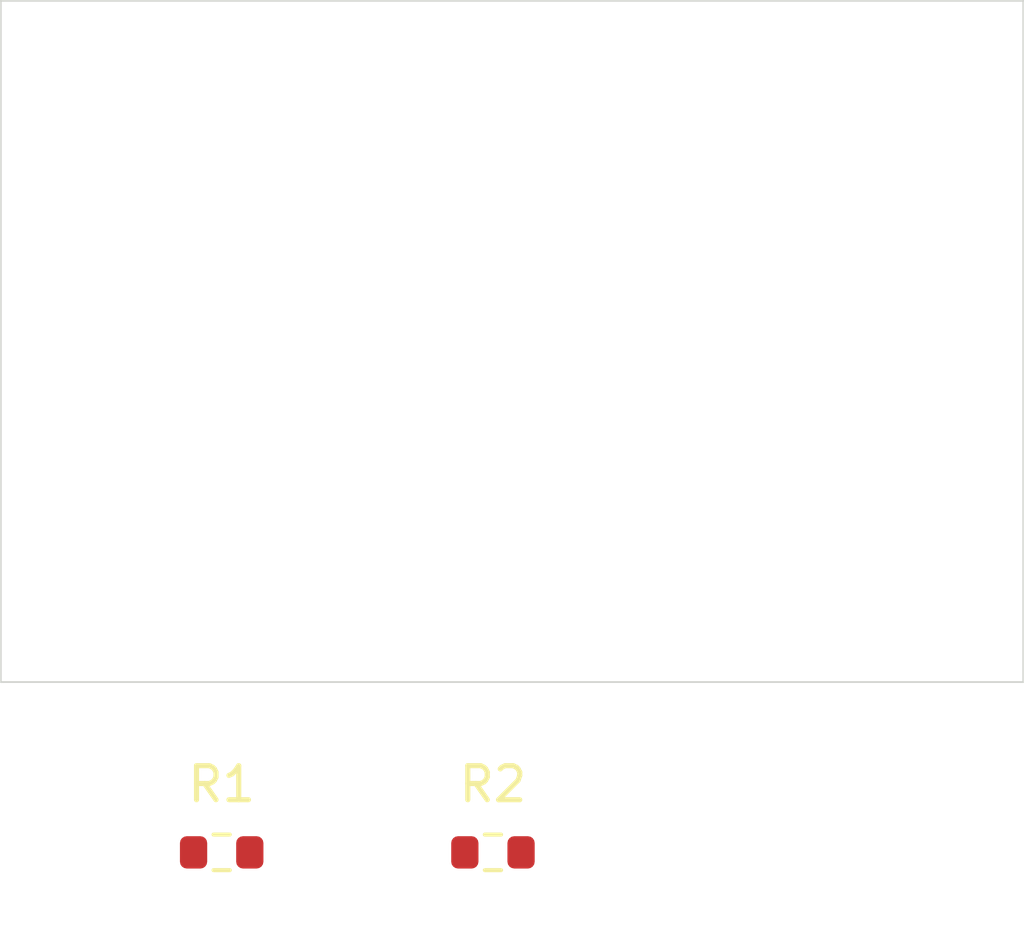
<source format=kicad_pcb>
(kicad_pcb (version 20241229) (generator "pcbnew") (generator_version "9.0")
  (layers (0 "F.Cu" signal) (2 "B.Cu" signal) (13 "F.Paste" user) (15 "B.Paste" user) (5 "F.SilkS" user "F.Silkscreen") (7 "B.SilkS" user "B.Silkscreen") (1 "F.Mask" user) (3 "B.Mask" user) (25 "Edge.Cuts" user))
  (net 0 "")
  (footprint "Resistor_SMD:R_0603_1608Metric" (layer "F.Cu") (at 6.479999999999997 25.0)
    (property "Reference" "R1" (at 0 -2 0) (layer "F.SilkS") (effects (font (size 1.0 1.0))))
    (property "Value" "10k")
    (fp_line (start -0.237258 -0.5225) (end 0.237258 -0.5225) (stroke (width 0.12)) (layer "F.SilkS"))
    (fp_line (start -0.237258 0.5225) (end 0.237258 0.5225) (stroke (width 0.12)) (layer "F.SilkS"))
    (pad "1" smd roundrect (at -0.825 0.0) (size 0.8 0.95) (layers "F.Cu" "F.Mask" "F.Paste"))
    (pad "2" smd roundrect (at 0.825 0.0) (size 0.8 0.95) (layers "F.Cu" "F.Mask" "F.Paste"))
  )
  (footprint "Resistor_SMD:R_0603_1608Metric" (layer "F.Cu") (at 14.43999999999999 25.0)
    (property "Reference" "R2" (at 0 -2 0) (layer "F.SilkS") (effects (font (size 1.0 1.0))))
    (property "Value" "20k")
    (fp_line (start -0.237258 -0.5225) (end 0.237258 -0.5225) (stroke (width 0.12)) (layer "F.SilkS"))
    (fp_line (start -0.237258 0.5225) (end 0.237258 0.5225) (stroke (width 0.12)) (layer "F.SilkS"))
    (pad "1" smd roundrect (at -0.825 0.0) (size 0.8 0.95) (layers "F.Cu" "F.Mask" "F.Paste"))
    (pad "2" smd roundrect (at 0.825 0.0) (size 0.8 0.95) (layers "F.Cu" "F.Mask" "F.Paste"))
  )
  (gr_rect (start 0 0) (end 30.0 20.0) (stroke (width 0.05)) (fill no) (layer "Edge.Cuts"))
)
</source>
